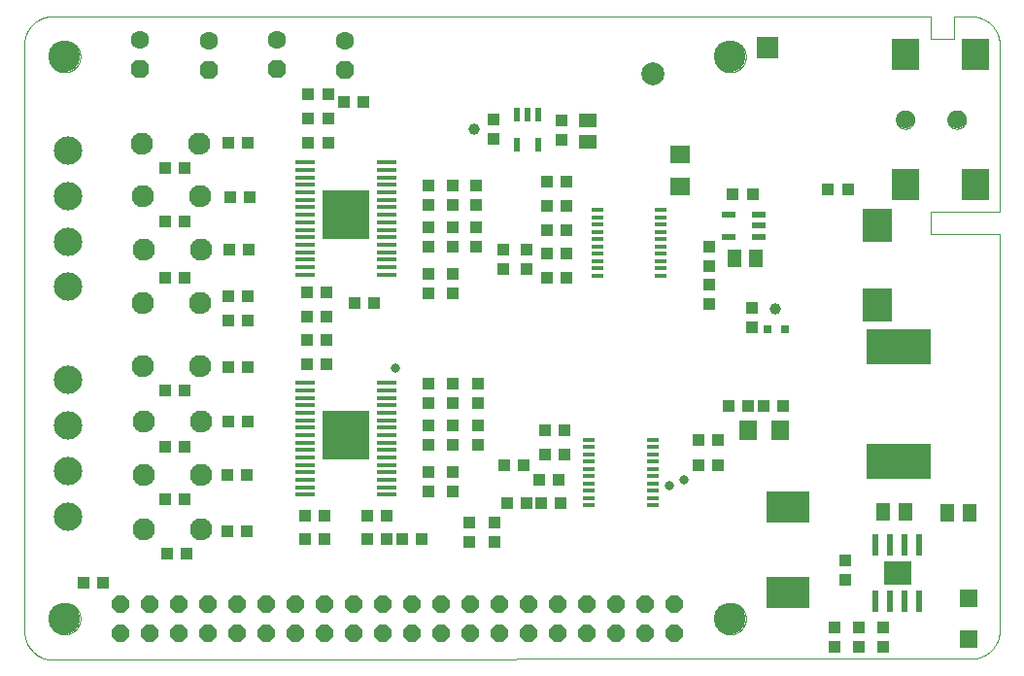
<source format=gts>
G75*
%MOIN*%
%OFA0B0*%
%FSLAX25Y25*%
%IPPOS*%
%LPD*%
%AMOC8*
5,1,8,0,0,1.08239X$1,22.5*
%
%ADD10C,0.00000*%
%ADD11C,0.10827*%
%ADD12R,0.03937X0.04331*%
%ADD13R,0.05118X0.05906*%
%ADD14R,0.04331X0.03937*%
%ADD15R,0.05906X0.05118*%
%ADD16R,0.03900X0.01200*%
%ADD17R,0.05906X0.05906*%
%ADD18R,0.05000X0.02200*%
%ADD19R,0.02200X0.05000*%
%ADD20R,0.07087X0.01181*%
%ADD21R,0.16181X0.17165*%
%ADD22OC8,0.06300*%
%ADD23C,0.06300*%
%ADD24C,0.07600*%
%ADD25OC8,0.06000*%
%ADD26R,0.09449X0.11024*%
%ADD27C,0.06299*%
%ADD28R,0.02200X0.07800*%
%ADD29R,0.09800X0.07900*%
%ADD30R,0.14961X0.11024*%
%ADD31R,0.22047X0.12205*%
%ADD32R,0.06299X0.07087*%
%ADD33R,0.09843X0.11811*%
%ADD34R,0.07087X0.06299*%
%ADD35C,0.09744*%
%ADD36C,0.07874*%
%ADD37R,0.07480X0.07480*%
%ADD38C,0.03937*%
%ADD39C,0.03150*%
%ADD40R,0.03150X0.03150*%
D10*
X0019433Y0005945D02*
X0334394Y0006339D01*
X0334394Y0006338D02*
X0334632Y0006341D01*
X0334870Y0006349D01*
X0335107Y0006364D01*
X0335344Y0006384D01*
X0335580Y0006410D01*
X0335816Y0006441D01*
X0336051Y0006478D01*
X0336285Y0006521D01*
X0336518Y0006570D01*
X0336750Y0006624D01*
X0336980Y0006684D01*
X0337209Y0006749D01*
X0337436Y0006820D01*
X0337661Y0006896D01*
X0337884Y0006978D01*
X0338106Y0007065D01*
X0338325Y0007157D01*
X0338542Y0007255D01*
X0338756Y0007357D01*
X0338968Y0007465D01*
X0339178Y0007579D01*
X0339384Y0007697D01*
X0339588Y0007820D01*
X0339788Y0007948D01*
X0339985Y0008080D01*
X0340180Y0008218D01*
X0340370Y0008360D01*
X0340558Y0008507D01*
X0340741Y0008658D01*
X0340921Y0008813D01*
X0341097Y0008973D01*
X0341269Y0009137D01*
X0341438Y0009306D01*
X0341602Y0009478D01*
X0341762Y0009654D01*
X0341917Y0009834D01*
X0342068Y0010017D01*
X0342215Y0010205D01*
X0342357Y0010395D01*
X0342495Y0010590D01*
X0342627Y0010787D01*
X0342755Y0010987D01*
X0342878Y0011191D01*
X0342996Y0011397D01*
X0343110Y0011607D01*
X0343218Y0011819D01*
X0343320Y0012033D01*
X0343418Y0012250D01*
X0343510Y0012469D01*
X0343597Y0012691D01*
X0343679Y0012914D01*
X0343755Y0013139D01*
X0343826Y0013366D01*
X0343891Y0013595D01*
X0343951Y0013825D01*
X0344005Y0014057D01*
X0344054Y0014290D01*
X0344097Y0014524D01*
X0344134Y0014759D01*
X0344165Y0014995D01*
X0344191Y0015231D01*
X0344211Y0015468D01*
X0344226Y0015705D01*
X0344234Y0015943D01*
X0344237Y0016181D01*
X0344236Y0016181D02*
X0344236Y0152008D01*
X0320614Y0152008D01*
X0320614Y0159882D01*
X0344236Y0159882D01*
X0344236Y0216969D01*
X0344237Y0216969D02*
X0344234Y0217207D01*
X0344226Y0217445D01*
X0344211Y0217682D01*
X0344191Y0217919D01*
X0344165Y0218155D01*
X0344134Y0218391D01*
X0344097Y0218626D01*
X0344054Y0218860D01*
X0344005Y0219093D01*
X0343951Y0219325D01*
X0343891Y0219555D01*
X0343826Y0219784D01*
X0343755Y0220011D01*
X0343679Y0220236D01*
X0343597Y0220459D01*
X0343510Y0220681D01*
X0343418Y0220900D01*
X0343320Y0221117D01*
X0343218Y0221331D01*
X0343110Y0221543D01*
X0342996Y0221753D01*
X0342878Y0221959D01*
X0342755Y0222163D01*
X0342627Y0222363D01*
X0342495Y0222560D01*
X0342357Y0222755D01*
X0342215Y0222945D01*
X0342068Y0223133D01*
X0341917Y0223316D01*
X0341762Y0223496D01*
X0341602Y0223672D01*
X0341438Y0223844D01*
X0341269Y0224013D01*
X0341097Y0224177D01*
X0340921Y0224337D01*
X0340741Y0224492D01*
X0340558Y0224643D01*
X0340370Y0224790D01*
X0340180Y0224932D01*
X0339985Y0225070D01*
X0339788Y0225202D01*
X0339588Y0225330D01*
X0339384Y0225453D01*
X0339178Y0225571D01*
X0338968Y0225685D01*
X0338756Y0225793D01*
X0338542Y0225895D01*
X0338325Y0225993D01*
X0338106Y0226085D01*
X0337884Y0226172D01*
X0337661Y0226254D01*
X0337436Y0226330D01*
X0337209Y0226401D01*
X0336980Y0226466D01*
X0336750Y0226526D01*
X0336518Y0226580D01*
X0336285Y0226629D01*
X0336051Y0226672D01*
X0335816Y0226709D01*
X0335580Y0226740D01*
X0335344Y0226766D01*
X0335107Y0226786D01*
X0334870Y0226801D01*
X0334632Y0226809D01*
X0334394Y0226812D01*
X0334394Y0226811D02*
X0328488Y0226811D01*
X0328488Y0218937D01*
X0320614Y0218937D01*
X0320614Y0226811D01*
X0019433Y0226811D01*
X0019433Y0226812D02*
X0019200Y0226814D01*
X0018967Y0226810D01*
X0018734Y0226801D01*
X0018501Y0226786D01*
X0018269Y0226765D01*
X0018037Y0226739D01*
X0017806Y0226707D01*
X0017576Y0226670D01*
X0017347Y0226627D01*
X0017119Y0226579D01*
X0016892Y0226525D01*
X0016666Y0226466D01*
X0016442Y0226401D01*
X0016220Y0226331D01*
X0016000Y0226255D01*
X0015781Y0226174D01*
X0015564Y0226088D01*
X0015350Y0225997D01*
X0015137Y0225900D01*
X0014928Y0225799D01*
X0014720Y0225692D01*
X0014516Y0225580D01*
X0014314Y0225464D01*
X0014115Y0225342D01*
X0013918Y0225216D01*
X0013725Y0225085D01*
X0013536Y0224950D01*
X0013349Y0224810D01*
X0013166Y0224666D01*
X0012987Y0224517D01*
X0012811Y0224364D01*
X0012639Y0224206D01*
X0012471Y0224045D01*
X0012307Y0223879D01*
X0012146Y0223710D01*
X0011990Y0223537D01*
X0011839Y0223360D01*
X0011691Y0223179D01*
X0011548Y0222995D01*
X0011409Y0222808D01*
X0011275Y0222617D01*
X0011146Y0222423D01*
X0011021Y0222226D01*
X0010901Y0222026D01*
X0010786Y0221823D01*
X0010676Y0221617D01*
X0010571Y0221409D01*
X0010471Y0221199D01*
X0010376Y0220986D01*
X0010287Y0220771D01*
X0010202Y0220553D01*
X0010123Y0220334D01*
X0010049Y0220113D01*
X0009981Y0219890D01*
X0009917Y0219666D01*
X0009860Y0219440D01*
X0009808Y0219212D01*
X0009761Y0218984D01*
X0009720Y0218755D01*
X0009684Y0218524D01*
X0009654Y0218293D01*
X0009630Y0218061D01*
X0009611Y0217829D01*
X0009598Y0217596D01*
X0009590Y0217363D01*
X0009591Y0217362D02*
X0009591Y0015788D01*
X0009590Y0015788D02*
X0009593Y0015550D01*
X0009601Y0015312D01*
X0009616Y0015075D01*
X0009636Y0014838D01*
X0009662Y0014602D01*
X0009693Y0014366D01*
X0009730Y0014131D01*
X0009773Y0013897D01*
X0009822Y0013664D01*
X0009876Y0013432D01*
X0009936Y0013202D01*
X0010001Y0012973D01*
X0010072Y0012746D01*
X0010148Y0012521D01*
X0010230Y0012298D01*
X0010317Y0012076D01*
X0010409Y0011857D01*
X0010507Y0011640D01*
X0010609Y0011426D01*
X0010717Y0011214D01*
X0010831Y0011004D01*
X0010949Y0010798D01*
X0011072Y0010594D01*
X0011200Y0010394D01*
X0011332Y0010197D01*
X0011470Y0010002D01*
X0011612Y0009812D01*
X0011759Y0009624D01*
X0011910Y0009441D01*
X0012065Y0009261D01*
X0012225Y0009085D01*
X0012389Y0008913D01*
X0012558Y0008744D01*
X0012730Y0008580D01*
X0012906Y0008420D01*
X0013086Y0008265D01*
X0013269Y0008114D01*
X0013457Y0007967D01*
X0013647Y0007825D01*
X0013842Y0007687D01*
X0014039Y0007555D01*
X0014239Y0007427D01*
X0014443Y0007304D01*
X0014649Y0007186D01*
X0014859Y0007072D01*
X0015071Y0006964D01*
X0015285Y0006862D01*
X0015502Y0006764D01*
X0015721Y0006672D01*
X0015943Y0006585D01*
X0016166Y0006503D01*
X0016391Y0006427D01*
X0016618Y0006356D01*
X0016847Y0006291D01*
X0017077Y0006231D01*
X0017309Y0006177D01*
X0017542Y0006128D01*
X0017776Y0006085D01*
X0018011Y0006048D01*
X0018247Y0006017D01*
X0018483Y0005991D01*
X0018720Y0005971D01*
X0018957Y0005956D01*
X0019195Y0005948D01*
X0019433Y0005945D01*
X0017957Y0020118D02*
X0017959Y0020265D01*
X0017965Y0020411D01*
X0017975Y0020557D01*
X0017989Y0020703D01*
X0018007Y0020849D01*
X0018028Y0020994D01*
X0018054Y0021138D01*
X0018084Y0021282D01*
X0018117Y0021424D01*
X0018154Y0021566D01*
X0018195Y0021707D01*
X0018240Y0021846D01*
X0018289Y0021985D01*
X0018341Y0022122D01*
X0018398Y0022257D01*
X0018457Y0022391D01*
X0018521Y0022523D01*
X0018588Y0022653D01*
X0018658Y0022782D01*
X0018732Y0022909D01*
X0018809Y0023033D01*
X0018890Y0023156D01*
X0018974Y0023276D01*
X0019061Y0023394D01*
X0019151Y0023509D01*
X0019244Y0023622D01*
X0019341Y0023733D01*
X0019440Y0023841D01*
X0019542Y0023946D01*
X0019647Y0024048D01*
X0019755Y0024147D01*
X0019866Y0024244D01*
X0019979Y0024337D01*
X0020094Y0024427D01*
X0020212Y0024514D01*
X0020332Y0024598D01*
X0020455Y0024679D01*
X0020579Y0024756D01*
X0020706Y0024830D01*
X0020835Y0024900D01*
X0020965Y0024967D01*
X0021097Y0025031D01*
X0021231Y0025090D01*
X0021366Y0025147D01*
X0021503Y0025199D01*
X0021642Y0025248D01*
X0021781Y0025293D01*
X0021922Y0025334D01*
X0022064Y0025371D01*
X0022206Y0025404D01*
X0022350Y0025434D01*
X0022494Y0025460D01*
X0022639Y0025481D01*
X0022785Y0025499D01*
X0022931Y0025513D01*
X0023077Y0025523D01*
X0023223Y0025529D01*
X0023370Y0025531D01*
X0023517Y0025529D01*
X0023663Y0025523D01*
X0023809Y0025513D01*
X0023955Y0025499D01*
X0024101Y0025481D01*
X0024246Y0025460D01*
X0024390Y0025434D01*
X0024534Y0025404D01*
X0024676Y0025371D01*
X0024818Y0025334D01*
X0024959Y0025293D01*
X0025098Y0025248D01*
X0025237Y0025199D01*
X0025374Y0025147D01*
X0025509Y0025090D01*
X0025643Y0025031D01*
X0025775Y0024967D01*
X0025905Y0024900D01*
X0026034Y0024830D01*
X0026161Y0024756D01*
X0026285Y0024679D01*
X0026408Y0024598D01*
X0026528Y0024514D01*
X0026646Y0024427D01*
X0026761Y0024337D01*
X0026874Y0024244D01*
X0026985Y0024147D01*
X0027093Y0024048D01*
X0027198Y0023946D01*
X0027300Y0023841D01*
X0027399Y0023733D01*
X0027496Y0023622D01*
X0027589Y0023509D01*
X0027679Y0023394D01*
X0027766Y0023276D01*
X0027850Y0023156D01*
X0027931Y0023033D01*
X0028008Y0022909D01*
X0028082Y0022782D01*
X0028152Y0022653D01*
X0028219Y0022523D01*
X0028283Y0022391D01*
X0028342Y0022257D01*
X0028399Y0022122D01*
X0028451Y0021985D01*
X0028500Y0021846D01*
X0028545Y0021707D01*
X0028586Y0021566D01*
X0028623Y0021424D01*
X0028656Y0021282D01*
X0028686Y0021138D01*
X0028712Y0020994D01*
X0028733Y0020849D01*
X0028751Y0020703D01*
X0028765Y0020557D01*
X0028775Y0020411D01*
X0028781Y0020265D01*
X0028783Y0020118D01*
X0028781Y0019971D01*
X0028775Y0019825D01*
X0028765Y0019679D01*
X0028751Y0019533D01*
X0028733Y0019387D01*
X0028712Y0019242D01*
X0028686Y0019098D01*
X0028656Y0018954D01*
X0028623Y0018812D01*
X0028586Y0018670D01*
X0028545Y0018529D01*
X0028500Y0018390D01*
X0028451Y0018251D01*
X0028399Y0018114D01*
X0028342Y0017979D01*
X0028283Y0017845D01*
X0028219Y0017713D01*
X0028152Y0017583D01*
X0028082Y0017454D01*
X0028008Y0017327D01*
X0027931Y0017203D01*
X0027850Y0017080D01*
X0027766Y0016960D01*
X0027679Y0016842D01*
X0027589Y0016727D01*
X0027496Y0016614D01*
X0027399Y0016503D01*
X0027300Y0016395D01*
X0027198Y0016290D01*
X0027093Y0016188D01*
X0026985Y0016089D01*
X0026874Y0015992D01*
X0026761Y0015899D01*
X0026646Y0015809D01*
X0026528Y0015722D01*
X0026408Y0015638D01*
X0026285Y0015557D01*
X0026161Y0015480D01*
X0026034Y0015406D01*
X0025905Y0015336D01*
X0025775Y0015269D01*
X0025643Y0015205D01*
X0025509Y0015146D01*
X0025374Y0015089D01*
X0025237Y0015037D01*
X0025098Y0014988D01*
X0024959Y0014943D01*
X0024818Y0014902D01*
X0024676Y0014865D01*
X0024534Y0014832D01*
X0024390Y0014802D01*
X0024246Y0014776D01*
X0024101Y0014755D01*
X0023955Y0014737D01*
X0023809Y0014723D01*
X0023663Y0014713D01*
X0023517Y0014707D01*
X0023370Y0014705D01*
X0023223Y0014707D01*
X0023077Y0014713D01*
X0022931Y0014723D01*
X0022785Y0014737D01*
X0022639Y0014755D01*
X0022494Y0014776D01*
X0022350Y0014802D01*
X0022206Y0014832D01*
X0022064Y0014865D01*
X0021922Y0014902D01*
X0021781Y0014943D01*
X0021642Y0014988D01*
X0021503Y0015037D01*
X0021366Y0015089D01*
X0021231Y0015146D01*
X0021097Y0015205D01*
X0020965Y0015269D01*
X0020835Y0015336D01*
X0020706Y0015406D01*
X0020579Y0015480D01*
X0020455Y0015557D01*
X0020332Y0015638D01*
X0020212Y0015722D01*
X0020094Y0015809D01*
X0019979Y0015899D01*
X0019866Y0015992D01*
X0019755Y0016089D01*
X0019647Y0016188D01*
X0019542Y0016290D01*
X0019440Y0016395D01*
X0019341Y0016503D01*
X0019244Y0016614D01*
X0019151Y0016727D01*
X0019061Y0016842D01*
X0018974Y0016960D01*
X0018890Y0017080D01*
X0018809Y0017203D01*
X0018732Y0017327D01*
X0018658Y0017454D01*
X0018588Y0017583D01*
X0018521Y0017713D01*
X0018457Y0017845D01*
X0018398Y0017979D01*
X0018341Y0018114D01*
X0018289Y0018251D01*
X0018240Y0018390D01*
X0018195Y0018529D01*
X0018154Y0018670D01*
X0018117Y0018812D01*
X0018084Y0018954D01*
X0018054Y0019098D01*
X0018028Y0019242D01*
X0018007Y0019387D01*
X0017989Y0019533D01*
X0017975Y0019679D01*
X0017965Y0019825D01*
X0017959Y0019971D01*
X0017957Y0020118D01*
X0246304Y0020118D02*
X0246306Y0020265D01*
X0246312Y0020411D01*
X0246322Y0020557D01*
X0246336Y0020703D01*
X0246354Y0020849D01*
X0246375Y0020994D01*
X0246401Y0021138D01*
X0246431Y0021282D01*
X0246464Y0021424D01*
X0246501Y0021566D01*
X0246542Y0021707D01*
X0246587Y0021846D01*
X0246636Y0021985D01*
X0246688Y0022122D01*
X0246745Y0022257D01*
X0246804Y0022391D01*
X0246868Y0022523D01*
X0246935Y0022653D01*
X0247005Y0022782D01*
X0247079Y0022909D01*
X0247156Y0023033D01*
X0247237Y0023156D01*
X0247321Y0023276D01*
X0247408Y0023394D01*
X0247498Y0023509D01*
X0247591Y0023622D01*
X0247688Y0023733D01*
X0247787Y0023841D01*
X0247889Y0023946D01*
X0247994Y0024048D01*
X0248102Y0024147D01*
X0248213Y0024244D01*
X0248326Y0024337D01*
X0248441Y0024427D01*
X0248559Y0024514D01*
X0248679Y0024598D01*
X0248802Y0024679D01*
X0248926Y0024756D01*
X0249053Y0024830D01*
X0249182Y0024900D01*
X0249312Y0024967D01*
X0249444Y0025031D01*
X0249578Y0025090D01*
X0249713Y0025147D01*
X0249850Y0025199D01*
X0249989Y0025248D01*
X0250128Y0025293D01*
X0250269Y0025334D01*
X0250411Y0025371D01*
X0250553Y0025404D01*
X0250697Y0025434D01*
X0250841Y0025460D01*
X0250986Y0025481D01*
X0251132Y0025499D01*
X0251278Y0025513D01*
X0251424Y0025523D01*
X0251570Y0025529D01*
X0251717Y0025531D01*
X0251864Y0025529D01*
X0252010Y0025523D01*
X0252156Y0025513D01*
X0252302Y0025499D01*
X0252448Y0025481D01*
X0252593Y0025460D01*
X0252737Y0025434D01*
X0252881Y0025404D01*
X0253023Y0025371D01*
X0253165Y0025334D01*
X0253306Y0025293D01*
X0253445Y0025248D01*
X0253584Y0025199D01*
X0253721Y0025147D01*
X0253856Y0025090D01*
X0253990Y0025031D01*
X0254122Y0024967D01*
X0254252Y0024900D01*
X0254381Y0024830D01*
X0254508Y0024756D01*
X0254632Y0024679D01*
X0254755Y0024598D01*
X0254875Y0024514D01*
X0254993Y0024427D01*
X0255108Y0024337D01*
X0255221Y0024244D01*
X0255332Y0024147D01*
X0255440Y0024048D01*
X0255545Y0023946D01*
X0255647Y0023841D01*
X0255746Y0023733D01*
X0255843Y0023622D01*
X0255936Y0023509D01*
X0256026Y0023394D01*
X0256113Y0023276D01*
X0256197Y0023156D01*
X0256278Y0023033D01*
X0256355Y0022909D01*
X0256429Y0022782D01*
X0256499Y0022653D01*
X0256566Y0022523D01*
X0256630Y0022391D01*
X0256689Y0022257D01*
X0256746Y0022122D01*
X0256798Y0021985D01*
X0256847Y0021846D01*
X0256892Y0021707D01*
X0256933Y0021566D01*
X0256970Y0021424D01*
X0257003Y0021282D01*
X0257033Y0021138D01*
X0257059Y0020994D01*
X0257080Y0020849D01*
X0257098Y0020703D01*
X0257112Y0020557D01*
X0257122Y0020411D01*
X0257128Y0020265D01*
X0257130Y0020118D01*
X0257128Y0019971D01*
X0257122Y0019825D01*
X0257112Y0019679D01*
X0257098Y0019533D01*
X0257080Y0019387D01*
X0257059Y0019242D01*
X0257033Y0019098D01*
X0257003Y0018954D01*
X0256970Y0018812D01*
X0256933Y0018670D01*
X0256892Y0018529D01*
X0256847Y0018390D01*
X0256798Y0018251D01*
X0256746Y0018114D01*
X0256689Y0017979D01*
X0256630Y0017845D01*
X0256566Y0017713D01*
X0256499Y0017583D01*
X0256429Y0017454D01*
X0256355Y0017327D01*
X0256278Y0017203D01*
X0256197Y0017080D01*
X0256113Y0016960D01*
X0256026Y0016842D01*
X0255936Y0016727D01*
X0255843Y0016614D01*
X0255746Y0016503D01*
X0255647Y0016395D01*
X0255545Y0016290D01*
X0255440Y0016188D01*
X0255332Y0016089D01*
X0255221Y0015992D01*
X0255108Y0015899D01*
X0254993Y0015809D01*
X0254875Y0015722D01*
X0254755Y0015638D01*
X0254632Y0015557D01*
X0254508Y0015480D01*
X0254381Y0015406D01*
X0254252Y0015336D01*
X0254122Y0015269D01*
X0253990Y0015205D01*
X0253856Y0015146D01*
X0253721Y0015089D01*
X0253584Y0015037D01*
X0253445Y0014988D01*
X0253306Y0014943D01*
X0253165Y0014902D01*
X0253023Y0014865D01*
X0252881Y0014832D01*
X0252737Y0014802D01*
X0252593Y0014776D01*
X0252448Y0014755D01*
X0252302Y0014737D01*
X0252156Y0014723D01*
X0252010Y0014713D01*
X0251864Y0014707D01*
X0251717Y0014705D01*
X0251570Y0014707D01*
X0251424Y0014713D01*
X0251278Y0014723D01*
X0251132Y0014737D01*
X0250986Y0014755D01*
X0250841Y0014776D01*
X0250697Y0014802D01*
X0250553Y0014832D01*
X0250411Y0014865D01*
X0250269Y0014902D01*
X0250128Y0014943D01*
X0249989Y0014988D01*
X0249850Y0015037D01*
X0249713Y0015089D01*
X0249578Y0015146D01*
X0249444Y0015205D01*
X0249312Y0015269D01*
X0249182Y0015336D01*
X0249053Y0015406D01*
X0248926Y0015480D01*
X0248802Y0015557D01*
X0248679Y0015638D01*
X0248559Y0015722D01*
X0248441Y0015809D01*
X0248326Y0015899D01*
X0248213Y0015992D01*
X0248102Y0016089D01*
X0247994Y0016188D01*
X0247889Y0016290D01*
X0247787Y0016395D01*
X0247688Y0016503D01*
X0247591Y0016614D01*
X0247498Y0016727D01*
X0247408Y0016842D01*
X0247321Y0016960D01*
X0247237Y0017080D01*
X0247156Y0017203D01*
X0247079Y0017327D01*
X0247005Y0017454D01*
X0246935Y0017583D01*
X0246868Y0017713D01*
X0246804Y0017845D01*
X0246745Y0017979D01*
X0246688Y0018114D01*
X0246636Y0018251D01*
X0246587Y0018390D01*
X0246542Y0018529D01*
X0246501Y0018670D01*
X0246464Y0018812D01*
X0246431Y0018954D01*
X0246401Y0019098D01*
X0246375Y0019242D01*
X0246354Y0019387D01*
X0246336Y0019533D01*
X0246322Y0019679D01*
X0246312Y0019825D01*
X0246306Y0019971D01*
X0246304Y0020118D01*
X0308606Y0191378D02*
X0308608Y0191490D01*
X0308614Y0191601D01*
X0308624Y0191713D01*
X0308638Y0191824D01*
X0308655Y0191934D01*
X0308677Y0192044D01*
X0308703Y0192153D01*
X0308732Y0192261D01*
X0308765Y0192367D01*
X0308802Y0192473D01*
X0308843Y0192577D01*
X0308888Y0192680D01*
X0308936Y0192781D01*
X0308987Y0192880D01*
X0309042Y0192977D01*
X0309101Y0193072D01*
X0309162Y0193166D01*
X0309227Y0193257D01*
X0309296Y0193345D01*
X0309367Y0193431D01*
X0309441Y0193515D01*
X0309519Y0193595D01*
X0309599Y0193673D01*
X0309682Y0193749D01*
X0309767Y0193821D01*
X0309855Y0193890D01*
X0309945Y0193956D01*
X0310038Y0194018D01*
X0310133Y0194078D01*
X0310230Y0194134D01*
X0310328Y0194186D01*
X0310429Y0194235D01*
X0310531Y0194280D01*
X0310635Y0194322D01*
X0310740Y0194360D01*
X0310847Y0194394D01*
X0310954Y0194424D01*
X0311063Y0194451D01*
X0311172Y0194473D01*
X0311283Y0194492D01*
X0311393Y0194507D01*
X0311505Y0194518D01*
X0311616Y0194525D01*
X0311728Y0194528D01*
X0311840Y0194527D01*
X0311952Y0194522D01*
X0312063Y0194513D01*
X0312174Y0194500D01*
X0312285Y0194483D01*
X0312395Y0194463D01*
X0312504Y0194438D01*
X0312612Y0194410D01*
X0312719Y0194377D01*
X0312825Y0194341D01*
X0312929Y0194301D01*
X0313032Y0194258D01*
X0313134Y0194211D01*
X0313233Y0194160D01*
X0313331Y0194106D01*
X0313427Y0194048D01*
X0313521Y0193987D01*
X0313612Y0193923D01*
X0313701Y0193856D01*
X0313788Y0193785D01*
X0313872Y0193711D01*
X0313954Y0193635D01*
X0314032Y0193555D01*
X0314108Y0193473D01*
X0314181Y0193388D01*
X0314251Y0193301D01*
X0314317Y0193211D01*
X0314381Y0193119D01*
X0314441Y0193025D01*
X0314498Y0192929D01*
X0314551Y0192830D01*
X0314601Y0192730D01*
X0314647Y0192629D01*
X0314690Y0192525D01*
X0314729Y0192420D01*
X0314764Y0192314D01*
X0314795Y0192207D01*
X0314823Y0192098D01*
X0314846Y0191989D01*
X0314866Y0191879D01*
X0314882Y0191768D01*
X0314894Y0191657D01*
X0314902Y0191546D01*
X0314906Y0191434D01*
X0314906Y0191322D01*
X0314902Y0191210D01*
X0314894Y0191099D01*
X0314882Y0190988D01*
X0314866Y0190877D01*
X0314846Y0190767D01*
X0314823Y0190658D01*
X0314795Y0190549D01*
X0314764Y0190442D01*
X0314729Y0190336D01*
X0314690Y0190231D01*
X0314647Y0190127D01*
X0314601Y0190026D01*
X0314551Y0189926D01*
X0314498Y0189827D01*
X0314441Y0189731D01*
X0314381Y0189637D01*
X0314317Y0189545D01*
X0314251Y0189455D01*
X0314181Y0189368D01*
X0314108Y0189283D01*
X0314032Y0189201D01*
X0313954Y0189121D01*
X0313872Y0189045D01*
X0313788Y0188971D01*
X0313701Y0188900D01*
X0313612Y0188833D01*
X0313521Y0188769D01*
X0313427Y0188708D01*
X0313331Y0188650D01*
X0313233Y0188596D01*
X0313134Y0188545D01*
X0313032Y0188498D01*
X0312929Y0188455D01*
X0312825Y0188415D01*
X0312719Y0188379D01*
X0312612Y0188346D01*
X0312504Y0188318D01*
X0312395Y0188293D01*
X0312285Y0188273D01*
X0312174Y0188256D01*
X0312063Y0188243D01*
X0311952Y0188234D01*
X0311840Y0188229D01*
X0311728Y0188228D01*
X0311616Y0188231D01*
X0311505Y0188238D01*
X0311393Y0188249D01*
X0311283Y0188264D01*
X0311172Y0188283D01*
X0311063Y0188305D01*
X0310954Y0188332D01*
X0310847Y0188362D01*
X0310740Y0188396D01*
X0310635Y0188434D01*
X0310531Y0188476D01*
X0310429Y0188521D01*
X0310328Y0188570D01*
X0310230Y0188622D01*
X0310133Y0188678D01*
X0310038Y0188738D01*
X0309945Y0188800D01*
X0309855Y0188866D01*
X0309767Y0188935D01*
X0309682Y0189007D01*
X0309599Y0189083D01*
X0309519Y0189161D01*
X0309441Y0189241D01*
X0309367Y0189325D01*
X0309296Y0189411D01*
X0309227Y0189499D01*
X0309162Y0189590D01*
X0309101Y0189684D01*
X0309042Y0189779D01*
X0308987Y0189876D01*
X0308936Y0189975D01*
X0308888Y0190076D01*
X0308843Y0190179D01*
X0308802Y0190283D01*
X0308765Y0190389D01*
X0308732Y0190495D01*
X0308703Y0190603D01*
X0308677Y0190712D01*
X0308655Y0190822D01*
X0308638Y0190932D01*
X0308624Y0191043D01*
X0308614Y0191155D01*
X0308608Y0191266D01*
X0308606Y0191378D01*
X0326323Y0191378D02*
X0326325Y0191490D01*
X0326331Y0191601D01*
X0326341Y0191713D01*
X0326355Y0191824D01*
X0326372Y0191934D01*
X0326394Y0192044D01*
X0326420Y0192153D01*
X0326449Y0192261D01*
X0326482Y0192367D01*
X0326519Y0192473D01*
X0326560Y0192577D01*
X0326605Y0192680D01*
X0326653Y0192781D01*
X0326704Y0192880D01*
X0326759Y0192977D01*
X0326818Y0193072D01*
X0326879Y0193166D01*
X0326944Y0193257D01*
X0327013Y0193345D01*
X0327084Y0193431D01*
X0327158Y0193515D01*
X0327236Y0193595D01*
X0327316Y0193673D01*
X0327399Y0193749D01*
X0327484Y0193821D01*
X0327572Y0193890D01*
X0327662Y0193956D01*
X0327755Y0194018D01*
X0327850Y0194078D01*
X0327947Y0194134D01*
X0328045Y0194186D01*
X0328146Y0194235D01*
X0328248Y0194280D01*
X0328352Y0194322D01*
X0328457Y0194360D01*
X0328564Y0194394D01*
X0328671Y0194424D01*
X0328780Y0194451D01*
X0328889Y0194473D01*
X0329000Y0194492D01*
X0329110Y0194507D01*
X0329222Y0194518D01*
X0329333Y0194525D01*
X0329445Y0194528D01*
X0329557Y0194527D01*
X0329669Y0194522D01*
X0329780Y0194513D01*
X0329891Y0194500D01*
X0330002Y0194483D01*
X0330112Y0194463D01*
X0330221Y0194438D01*
X0330329Y0194410D01*
X0330436Y0194377D01*
X0330542Y0194341D01*
X0330646Y0194301D01*
X0330749Y0194258D01*
X0330851Y0194211D01*
X0330950Y0194160D01*
X0331048Y0194106D01*
X0331144Y0194048D01*
X0331238Y0193987D01*
X0331329Y0193923D01*
X0331418Y0193856D01*
X0331505Y0193785D01*
X0331589Y0193711D01*
X0331671Y0193635D01*
X0331749Y0193555D01*
X0331825Y0193473D01*
X0331898Y0193388D01*
X0331968Y0193301D01*
X0332034Y0193211D01*
X0332098Y0193119D01*
X0332158Y0193025D01*
X0332215Y0192929D01*
X0332268Y0192830D01*
X0332318Y0192730D01*
X0332364Y0192629D01*
X0332407Y0192525D01*
X0332446Y0192420D01*
X0332481Y0192314D01*
X0332512Y0192207D01*
X0332540Y0192098D01*
X0332563Y0191989D01*
X0332583Y0191879D01*
X0332599Y0191768D01*
X0332611Y0191657D01*
X0332619Y0191546D01*
X0332623Y0191434D01*
X0332623Y0191322D01*
X0332619Y0191210D01*
X0332611Y0191099D01*
X0332599Y0190988D01*
X0332583Y0190877D01*
X0332563Y0190767D01*
X0332540Y0190658D01*
X0332512Y0190549D01*
X0332481Y0190442D01*
X0332446Y0190336D01*
X0332407Y0190231D01*
X0332364Y0190127D01*
X0332318Y0190026D01*
X0332268Y0189926D01*
X0332215Y0189827D01*
X0332158Y0189731D01*
X0332098Y0189637D01*
X0332034Y0189545D01*
X0331968Y0189455D01*
X0331898Y0189368D01*
X0331825Y0189283D01*
X0331749Y0189201D01*
X0331671Y0189121D01*
X0331589Y0189045D01*
X0331505Y0188971D01*
X0331418Y0188900D01*
X0331329Y0188833D01*
X0331238Y0188769D01*
X0331144Y0188708D01*
X0331048Y0188650D01*
X0330950Y0188596D01*
X0330851Y0188545D01*
X0330749Y0188498D01*
X0330646Y0188455D01*
X0330542Y0188415D01*
X0330436Y0188379D01*
X0330329Y0188346D01*
X0330221Y0188318D01*
X0330112Y0188293D01*
X0330002Y0188273D01*
X0329891Y0188256D01*
X0329780Y0188243D01*
X0329669Y0188234D01*
X0329557Y0188229D01*
X0329445Y0188228D01*
X0329333Y0188231D01*
X0329222Y0188238D01*
X0329110Y0188249D01*
X0329000Y0188264D01*
X0328889Y0188283D01*
X0328780Y0188305D01*
X0328671Y0188332D01*
X0328564Y0188362D01*
X0328457Y0188396D01*
X0328352Y0188434D01*
X0328248Y0188476D01*
X0328146Y0188521D01*
X0328045Y0188570D01*
X0327947Y0188622D01*
X0327850Y0188678D01*
X0327755Y0188738D01*
X0327662Y0188800D01*
X0327572Y0188866D01*
X0327484Y0188935D01*
X0327399Y0189007D01*
X0327316Y0189083D01*
X0327236Y0189161D01*
X0327158Y0189241D01*
X0327084Y0189325D01*
X0327013Y0189411D01*
X0326944Y0189499D01*
X0326879Y0189590D01*
X0326818Y0189684D01*
X0326759Y0189779D01*
X0326704Y0189876D01*
X0326653Y0189975D01*
X0326605Y0190076D01*
X0326560Y0190179D01*
X0326519Y0190283D01*
X0326482Y0190389D01*
X0326449Y0190495D01*
X0326420Y0190603D01*
X0326394Y0190712D01*
X0326372Y0190822D01*
X0326355Y0190932D01*
X0326341Y0191043D01*
X0326331Y0191155D01*
X0326325Y0191266D01*
X0326323Y0191378D01*
X0246304Y0213032D02*
X0246306Y0213179D01*
X0246312Y0213325D01*
X0246322Y0213471D01*
X0246336Y0213617D01*
X0246354Y0213763D01*
X0246375Y0213908D01*
X0246401Y0214052D01*
X0246431Y0214196D01*
X0246464Y0214338D01*
X0246501Y0214480D01*
X0246542Y0214621D01*
X0246587Y0214760D01*
X0246636Y0214899D01*
X0246688Y0215036D01*
X0246745Y0215171D01*
X0246804Y0215305D01*
X0246868Y0215437D01*
X0246935Y0215567D01*
X0247005Y0215696D01*
X0247079Y0215823D01*
X0247156Y0215947D01*
X0247237Y0216070D01*
X0247321Y0216190D01*
X0247408Y0216308D01*
X0247498Y0216423D01*
X0247591Y0216536D01*
X0247688Y0216647D01*
X0247787Y0216755D01*
X0247889Y0216860D01*
X0247994Y0216962D01*
X0248102Y0217061D01*
X0248213Y0217158D01*
X0248326Y0217251D01*
X0248441Y0217341D01*
X0248559Y0217428D01*
X0248679Y0217512D01*
X0248802Y0217593D01*
X0248926Y0217670D01*
X0249053Y0217744D01*
X0249182Y0217814D01*
X0249312Y0217881D01*
X0249444Y0217945D01*
X0249578Y0218004D01*
X0249713Y0218061D01*
X0249850Y0218113D01*
X0249989Y0218162D01*
X0250128Y0218207D01*
X0250269Y0218248D01*
X0250411Y0218285D01*
X0250553Y0218318D01*
X0250697Y0218348D01*
X0250841Y0218374D01*
X0250986Y0218395D01*
X0251132Y0218413D01*
X0251278Y0218427D01*
X0251424Y0218437D01*
X0251570Y0218443D01*
X0251717Y0218445D01*
X0251864Y0218443D01*
X0252010Y0218437D01*
X0252156Y0218427D01*
X0252302Y0218413D01*
X0252448Y0218395D01*
X0252593Y0218374D01*
X0252737Y0218348D01*
X0252881Y0218318D01*
X0253023Y0218285D01*
X0253165Y0218248D01*
X0253306Y0218207D01*
X0253445Y0218162D01*
X0253584Y0218113D01*
X0253721Y0218061D01*
X0253856Y0218004D01*
X0253990Y0217945D01*
X0254122Y0217881D01*
X0254252Y0217814D01*
X0254381Y0217744D01*
X0254508Y0217670D01*
X0254632Y0217593D01*
X0254755Y0217512D01*
X0254875Y0217428D01*
X0254993Y0217341D01*
X0255108Y0217251D01*
X0255221Y0217158D01*
X0255332Y0217061D01*
X0255440Y0216962D01*
X0255545Y0216860D01*
X0255647Y0216755D01*
X0255746Y0216647D01*
X0255843Y0216536D01*
X0255936Y0216423D01*
X0256026Y0216308D01*
X0256113Y0216190D01*
X0256197Y0216070D01*
X0256278Y0215947D01*
X0256355Y0215823D01*
X0256429Y0215696D01*
X0256499Y0215567D01*
X0256566Y0215437D01*
X0256630Y0215305D01*
X0256689Y0215171D01*
X0256746Y0215036D01*
X0256798Y0214899D01*
X0256847Y0214760D01*
X0256892Y0214621D01*
X0256933Y0214480D01*
X0256970Y0214338D01*
X0257003Y0214196D01*
X0257033Y0214052D01*
X0257059Y0213908D01*
X0257080Y0213763D01*
X0257098Y0213617D01*
X0257112Y0213471D01*
X0257122Y0213325D01*
X0257128Y0213179D01*
X0257130Y0213032D01*
X0257128Y0212885D01*
X0257122Y0212739D01*
X0257112Y0212593D01*
X0257098Y0212447D01*
X0257080Y0212301D01*
X0257059Y0212156D01*
X0257033Y0212012D01*
X0257003Y0211868D01*
X0256970Y0211726D01*
X0256933Y0211584D01*
X0256892Y0211443D01*
X0256847Y0211304D01*
X0256798Y0211165D01*
X0256746Y0211028D01*
X0256689Y0210893D01*
X0256630Y0210759D01*
X0256566Y0210627D01*
X0256499Y0210497D01*
X0256429Y0210368D01*
X0256355Y0210241D01*
X0256278Y0210117D01*
X0256197Y0209994D01*
X0256113Y0209874D01*
X0256026Y0209756D01*
X0255936Y0209641D01*
X0255843Y0209528D01*
X0255746Y0209417D01*
X0255647Y0209309D01*
X0255545Y0209204D01*
X0255440Y0209102D01*
X0255332Y0209003D01*
X0255221Y0208906D01*
X0255108Y0208813D01*
X0254993Y0208723D01*
X0254875Y0208636D01*
X0254755Y0208552D01*
X0254632Y0208471D01*
X0254508Y0208394D01*
X0254381Y0208320D01*
X0254252Y0208250D01*
X0254122Y0208183D01*
X0253990Y0208119D01*
X0253856Y0208060D01*
X0253721Y0208003D01*
X0253584Y0207951D01*
X0253445Y0207902D01*
X0253306Y0207857D01*
X0253165Y0207816D01*
X0253023Y0207779D01*
X0252881Y0207746D01*
X0252737Y0207716D01*
X0252593Y0207690D01*
X0252448Y0207669D01*
X0252302Y0207651D01*
X0252156Y0207637D01*
X0252010Y0207627D01*
X0251864Y0207621D01*
X0251717Y0207619D01*
X0251570Y0207621D01*
X0251424Y0207627D01*
X0251278Y0207637D01*
X0251132Y0207651D01*
X0250986Y0207669D01*
X0250841Y0207690D01*
X0250697Y0207716D01*
X0250553Y0207746D01*
X0250411Y0207779D01*
X0250269Y0207816D01*
X0250128Y0207857D01*
X0249989Y0207902D01*
X0249850Y0207951D01*
X0249713Y0208003D01*
X0249578Y0208060D01*
X0249444Y0208119D01*
X0249312Y0208183D01*
X0249182Y0208250D01*
X0249053Y0208320D01*
X0248926Y0208394D01*
X0248802Y0208471D01*
X0248679Y0208552D01*
X0248559Y0208636D01*
X0248441Y0208723D01*
X0248326Y0208813D01*
X0248213Y0208906D01*
X0248102Y0209003D01*
X0247994Y0209102D01*
X0247889Y0209204D01*
X0247787Y0209309D01*
X0247688Y0209417D01*
X0247591Y0209528D01*
X0247498Y0209641D01*
X0247408Y0209756D01*
X0247321Y0209874D01*
X0247237Y0209994D01*
X0247156Y0210117D01*
X0247079Y0210241D01*
X0247005Y0210368D01*
X0246935Y0210497D01*
X0246868Y0210627D01*
X0246804Y0210759D01*
X0246745Y0210893D01*
X0246688Y0211028D01*
X0246636Y0211165D01*
X0246587Y0211304D01*
X0246542Y0211443D01*
X0246501Y0211584D01*
X0246464Y0211726D01*
X0246431Y0211868D01*
X0246401Y0212012D01*
X0246375Y0212156D01*
X0246354Y0212301D01*
X0246336Y0212447D01*
X0246322Y0212593D01*
X0246312Y0212739D01*
X0246306Y0212885D01*
X0246304Y0213032D01*
X0017957Y0213032D02*
X0017959Y0213179D01*
X0017965Y0213325D01*
X0017975Y0213471D01*
X0017989Y0213617D01*
X0018007Y0213763D01*
X0018028Y0213908D01*
X0018054Y0214052D01*
X0018084Y0214196D01*
X0018117Y0214338D01*
X0018154Y0214480D01*
X0018195Y0214621D01*
X0018240Y0214760D01*
X0018289Y0214899D01*
X0018341Y0215036D01*
X0018398Y0215171D01*
X0018457Y0215305D01*
X0018521Y0215437D01*
X0018588Y0215567D01*
X0018658Y0215696D01*
X0018732Y0215823D01*
X0018809Y0215947D01*
X0018890Y0216070D01*
X0018974Y0216190D01*
X0019061Y0216308D01*
X0019151Y0216423D01*
X0019244Y0216536D01*
X0019341Y0216647D01*
X0019440Y0216755D01*
X0019542Y0216860D01*
X0019647Y0216962D01*
X0019755Y0217061D01*
X0019866Y0217158D01*
X0019979Y0217251D01*
X0020094Y0217341D01*
X0020212Y0217428D01*
X0020332Y0217512D01*
X0020455Y0217593D01*
X0020579Y0217670D01*
X0020706Y0217744D01*
X0020835Y0217814D01*
X0020965Y0217881D01*
X0021097Y0217945D01*
X0021231Y0218004D01*
X0021366Y0218061D01*
X0021503Y0218113D01*
X0021642Y0218162D01*
X0021781Y0218207D01*
X0021922Y0218248D01*
X0022064Y0218285D01*
X0022206Y0218318D01*
X0022350Y0218348D01*
X0022494Y0218374D01*
X0022639Y0218395D01*
X0022785Y0218413D01*
X0022931Y0218427D01*
X0023077Y0218437D01*
X0023223Y0218443D01*
X0023370Y0218445D01*
X0023517Y0218443D01*
X0023663Y0218437D01*
X0023809Y0218427D01*
X0023955Y0218413D01*
X0024101Y0218395D01*
X0024246Y0218374D01*
X0024390Y0218348D01*
X0024534Y0218318D01*
X0024676Y0218285D01*
X0024818Y0218248D01*
X0024959Y0218207D01*
X0025098Y0218162D01*
X0025237Y0218113D01*
X0025374Y0218061D01*
X0025509Y0218004D01*
X0025643Y0217945D01*
X0025775Y0217881D01*
X0025905Y0217814D01*
X0026034Y0217744D01*
X0026161Y0217670D01*
X0026285Y0217593D01*
X0026408Y0217512D01*
X0026528Y0217428D01*
X0026646Y0217341D01*
X0026761Y0217251D01*
X0026874Y0217158D01*
X0026985Y0217061D01*
X0027093Y0216962D01*
X0027198Y0216860D01*
X0027300Y0216755D01*
X0027399Y0216647D01*
X0027496Y0216536D01*
X0027589Y0216423D01*
X0027679Y0216308D01*
X0027766Y0216190D01*
X0027850Y0216070D01*
X0027931Y0215947D01*
X0028008Y0215823D01*
X0028082Y0215696D01*
X0028152Y0215567D01*
X0028219Y0215437D01*
X0028283Y0215305D01*
X0028342Y0215171D01*
X0028399Y0215036D01*
X0028451Y0214899D01*
X0028500Y0214760D01*
X0028545Y0214621D01*
X0028586Y0214480D01*
X0028623Y0214338D01*
X0028656Y0214196D01*
X0028686Y0214052D01*
X0028712Y0213908D01*
X0028733Y0213763D01*
X0028751Y0213617D01*
X0028765Y0213471D01*
X0028775Y0213325D01*
X0028781Y0213179D01*
X0028783Y0213032D01*
X0028781Y0212885D01*
X0028775Y0212739D01*
X0028765Y0212593D01*
X0028751Y0212447D01*
X0028733Y0212301D01*
X0028712Y0212156D01*
X0028686Y0212012D01*
X0028656Y0211868D01*
X0028623Y0211726D01*
X0028586Y0211584D01*
X0028545Y0211443D01*
X0028500Y0211304D01*
X0028451Y0211165D01*
X0028399Y0211028D01*
X0028342Y0210893D01*
X0028283Y0210759D01*
X0028219Y0210627D01*
X0028152Y0210497D01*
X0028082Y0210368D01*
X0028008Y0210241D01*
X0027931Y0210117D01*
X0027850Y0209994D01*
X0027766Y0209874D01*
X0027679Y0209756D01*
X0027589Y0209641D01*
X0027496Y0209528D01*
X0027399Y0209417D01*
X0027300Y0209309D01*
X0027198Y0209204D01*
X0027093Y0209102D01*
X0026985Y0209003D01*
X0026874Y0208906D01*
X0026761Y0208813D01*
X0026646Y0208723D01*
X0026528Y0208636D01*
X0026408Y0208552D01*
X0026285Y0208471D01*
X0026161Y0208394D01*
X0026034Y0208320D01*
X0025905Y0208250D01*
X0025775Y0208183D01*
X0025643Y0208119D01*
X0025509Y0208060D01*
X0025374Y0208003D01*
X0025237Y0207951D01*
X0025098Y0207902D01*
X0024959Y0207857D01*
X0024818Y0207816D01*
X0024676Y0207779D01*
X0024534Y0207746D01*
X0024390Y0207716D01*
X0024246Y0207690D01*
X0024101Y0207669D01*
X0023955Y0207651D01*
X0023809Y0207637D01*
X0023663Y0207627D01*
X0023517Y0207621D01*
X0023370Y0207619D01*
X0023223Y0207621D01*
X0023077Y0207627D01*
X0022931Y0207637D01*
X0022785Y0207651D01*
X0022639Y0207669D01*
X0022494Y0207690D01*
X0022350Y0207716D01*
X0022206Y0207746D01*
X0022064Y0207779D01*
X0021922Y0207816D01*
X0021781Y0207857D01*
X0021642Y0207902D01*
X0021503Y0207951D01*
X0021366Y0208003D01*
X0021231Y0208060D01*
X0021097Y0208119D01*
X0020965Y0208183D01*
X0020835Y0208250D01*
X0020706Y0208320D01*
X0020579Y0208394D01*
X0020455Y0208471D01*
X0020332Y0208552D01*
X0020212Y0208636D01*
X0020094Y0208723D01*
X0019979Y0208813D01*
X0019866Y0208906D01*
X0019755Y0209003D01*
X0019647Y0209102D01*
X0019542Y0209204D01*
X0019440Y0209309D01*
X0019341Y0209417D01*
X0019244Y0209528D01*
X0019151Y0209641D01*
X0019061Y0209756D01*
X0018974Y0209874D01*
X0018890Y0209994D01*
X0018809Y0210117D01*
X0018732Y0210241D01*
X0018658Y0210368D01*
X0018588Y0210497D01*
X0018521Y0210627D01*
X0018457Y0210759D01*
X0018398Y0210893D01*
X0018341Y0211028D01*
X0018289Y0211165D01*
X0018240Y0211304D01*
X0018195Y0211443D01*
X0018154Y0211584D01*
X0018117Y0211726D01*
X0018084Y0211868D01*
X0018054Y0212012D01*
X0018028Y0212156D01*
X0018007Y0212301D01*
X0017989Y0212447D01*
X0017975Y0212593D01*
X0017965Y0212739D01*
X0017959Y0212885D01*
X0017957Y0213032D01*
D11*
X0023370Y0213032D03*
X0251717Y0213032D03*
X0251717Y0020118D03*
X0023370Y0020118D03*
D12*
X0127110Y0047284D03*
X0133803Y0047284D03*
X0139315Y0047284D03*
X0146008Y0047284D03*
X0162347Y0046299D03*
X0171008Y0046299D03*
X0171008Y0052992D03*
X0162347Y0052992D03*
X0156441Y0063622D03*
X0148173Y0063622D03*
X0148173Y0070315D03*
X0156441Y0070315D03*
X0165103Y0079764D03*
X0165103Y0086457D03*
X0156441Y0093937D03*
X0148173Y0093937D03*
X0148173Y0100630D03*
X0156441Y0100630D03*
X0113331Y0123662D03*
X0106638Y0123662D03*
X0148173Y0131733D03*
X0156441Y0131733D03*
X0156441Y0138425D03*
X0148173Y0138425D03*
X0164709Y0147874D03*
X0164709Y0154567D03*
X0156441Y0162048D03*
X0148173Y0162048D03*
X0148173Y0168740D03*
X0156441Y0168740D03*
X0182032Y0146693D03*
X0188922Y0145315D03*
X0195614Y0145315D03*
X0195614Y0137048D03*
X0188922Y0137048D03*
X0182032Y0140000D03*
X0244630Y0141181D03*
X0244630Y0134882D03*
X0244630Y0128189D03*
X0244630Y0147874D03*
X0252701Y0165788D03*
X0259394Y0165788D03*
X0193843Y0184488D03*
X0193843Y0191181D03*
X0113725Y0200040D03*
X0107032Y0200040D03*
X0251126Y0092953D03*
X0257819Y0092953D03*
X0263331Y0092953D03*
X0270024Y0092953D03*
X0192859Y0067756D03*
X0186166Y0067756D03*
X0186953Y0059882D03*
X0193646Y0059882D03*
X0291087Y0040000D03*
X0291087Y0033307D03*
D13*
X0304276Y0056733D03*
X0311756Y0056733D03*
X0326323Y0056339D03*
X0333803Y0056339D03*
X0260575Y0143740D03*
X0253095Y0143740D03*
D14*
X0259197Y0126614D03*
X0259197Y0119922D03*
X0247583Y0081536D03*
X0240890Y0081536D03*
X0240890Y0072874D03*
X0247583Y0072874D03*
X0194827Y0076418D03*
X0188134Y0076418D03*
X0181047Y0072874D03*
X0174355Y0072874D03*
X0175142Y0059882D03*
X0181835Y0059882D03*
X0156441Y0079764D03*
X0148173Y0079764D03*
X0148173Y0086457D03*
X0156441Y0086457D03*
X0165103Y0093937D03*
X0165103Y0100630D03*
X0188134Y0084685D03*
X0194827Y0084685D03*
X0133803Y0055551D03*
X0127110Y0055551D03*
X0112544Y0055551D03*
X0105851Y0055551D03*
X0105851Y0047284D03*
X0112544Y0047284D03*
X0085772Y0050040D03*
X0079079Y0050040D03*
X0065299Y0042559D03*
X0058607Y0042559D03*
X0036559Y0032323D03*
X0029866Y0032323D03*
X0057819Y0061063D03*
X0064512Y0061063D03*
X0079079Y0069331D03*
X0085772Y0069331D03*
X0064512Y0079173D03*
X0057819Y0079173D03*
X0079473Y0087835D03*
X0086166Y0087835D03*
X0064512Y0098465D03*
X0057819Y0098465D03*
X0079473Y0106339D03*
X0086166Y0106339D03*
X0106638Y0107520D03*
X0113331Y0107520D03*
X0113331Y0115591D03*
X0106638Y0115591D03*
X0122780Y0128386D03*
X0129473Y0128386D03*
X0113331Y0131929D03*
X0106638Y0131929D03*
X0086166Y0130748D03*
X0079473Y0130748D03*
X0079473Y0122481D03*
X0086166Y0122481D03*
X0064512Y0137048D03*
X0057819Y0137048D03*
X0079866Y0146890D03*
X0086559Y0146890D03*
X0064512Y0156339D03*
X0057819Y0156339D03*
X0080260Y0164607D03*
X0086953Y0164607D03*
X0064512Y0174843D03*
X0057819Y0174843D03*
X0079473Y0183504D03*
X0086166Y0183504D03*
X0107032Y0183504D03*
X0113725Y0183504D03*
X0113725Y0191772D03*
X0107032Y0191772D03*
X0119236Y0197284D03*
X0125929Y0197284D03*
X0170614Y0191575D03*
X0170614Y0184882D03*
X0188922Y0170118D03*
X0195614Y0170118D03*
X0195614Y0161851D03*
X0188922Y0161851D03*
X0188922Y0153583D03*
X0195614Y0153583D03*
X0173764Y0146693D03*
X0173764Y0140000D03*
X0156441Y0147874D03*
X0148173Y0147874D03*
X0148173Y0154567D03*
X0156441Y0154567D03*
X0164709Y0162048D03*
X0164709Y0168740D03*
X0285378Y0167362D03*
X0292071Y0167362D03*
X0295811Y0017166D03*
X0287544Y0017166D03*
X0287544Y0010473D03*
X0295811Y0010473D03*
X0304079Y0010473D03*
X0304079Y0017166D03*
D15*
X0202898Y0183701D03*
X0202898Y0191181D03*
D16*
X0206135Y0160325D03*
X0206135Y0157825D03*
X0206135Y0155325D03*
X0206135Y0152825D03*
X0206135Y0150325D03*
X0206135Y0147825D03*
X0206135Y0145325D03*
X0206135Y0142825D03*
X0206135Y0140325D03*
X0206135Y0137825D03*
X0227929Y0137825D03*
X0227929Y0140325D03*
X0227929Y0142825D03*
X0227929Y0145325D03*
X0227929Y0147825D03*
X0227929Y0150325D03*
X0227929Y0152825D03*
X0227929Y0155325D03*
X0227929Y0157825D03*
X0227929Y0160325D03*
X0225173Y0081585D03*
X0225173Y0079085D03*
X0225173Y0076585D03*
X0225173Y0074085D03*
X0225173Y0071585D03*
X0225173Y0069085D03*
X0225173Y0066585D03*
X0225173Y0064085D03*
X0225173Y0061585D03*
X0225173Y0059085D03*
X0203379Y0059085D03*
X0203379Y0061585D03*
X0203379Y0064085D03*
X0203379Y0066585D03*
X0203379Y0069085D03*
X0203379Y0071585D03*
X0203379Y0074085D03*
X0203379Y0076585D03*
X0203379Y0079085D03*
X0203379Y0081585D03*
D17*
X0333607Y0027008D03*
X0333607Y0013229D03*
D18*
X0261462Y0151222D03*
X0261462Y0154922D03*
X0261462Y0158622D03*
X0251262Y0158622D03*
X0251262Y0151222D03*
D19*
X0185968Y0182892D03*
X0178568Y0182892D03*
X0178568Y0193092D03*
X0182268Y0193092D03*
X0185968Y0193092D03*
D20*
X0133881Y0176614D03*
X0133881Y0174055D03*
X0133881Y0171496D03*
X0133881Y0168937D03*
X0133881Y0166378D03*
X0133881Y0163819D03*
X0133881Y0161260D03*
X0133881Y0158701D03*
X0133881Y0156142D03*
X0133881Y0153583D03*
X0133881Y0151024D03*
X0133881Y0148465D03*
X0133881Y0145906D03*
X0133881Y0143347D03*
X0133881Y0140788D03*
X0133881Y0138229D03*
X0106047Y0138229D03*
X0106047Y0140788D03*
X0106047Y0143347D03*
X0106047Y0145906D03*
X0106047Y0148465D03*
X0106047Y0151024D03*
X0106047Y0153583D03*
X0106047Y0156142D03*
X0106047Y0158701D03*
X0106047Y0161260D03*
X0106047Y0163819D03*
X0106047Y0166378D03*
X0106047Y0168937D03*
X0106047Y0171496D03*
X0106047Y0174055D03*
X0106047Y0176614D03*
X0106047Y0101024D03*
X0106047Y0098465D03*
X0106047Y0095906D03*
X0106047Y0093347D03*
X0106047Y0090788D03*
X0106047Y0088229D03*
X0106047Y0085670D03*
X0106047Y0083111D03*
X0106047Y0080551D03*
X0106047Y0077992D03*
X0106047Y0075433D03*
X0106047Y0072874D03*
X0106047Y0070315D03*
X0106047Y0067756D03*
X0106047Y0065197D03*
X0106047Y0062638D03*
X0133881Y0062638D03*
X0133881Y0065197D03*
X0133881Y0067756D03*
X0133881Y0070315D03*
X0133881Y0072874D03*
X0133881Y0075433D03*
X0133881Y0077992D03*
X0133881Y0080551D03*
X0133881Y0083111D03*
X0133881Y0085670D03*
X0133881Y0088229D03*
X0133881Y0090788D03*
X0133881Y0093347D03*
X0133881Y0095906D03*
X0133881Y0098465D03*
X0133881Y0101024D03*
D21*
X0119827Y0083111D03*
X0119827Y0158701D03*
D22*
X0119433Y0208425D03*
X0096205Y0208819D03*
X0072977Y0208425D03*
X0049355Y0208819D03*
D23*
X0049355Y0218819D03*
X0072977Y0218425D03*
X0096205Y0218819D03*
X0119433Y0218425D03*
D24*
X0069433Y0183111D03*
X0049748Y0183111D03*
X0050142Y0165000D03*
X0069827Y0165000D03*
X0070221Y0146890D03*
X0050536Y0146890D03*
X0050142Y0128386D03*
X0069827Y0128386D03*
X0069827Y0106733D03*
X0050142Y0106733D03*
X0050536Y0087835D03*
X0070221Y0087835D03*
X0070221Y0069331D03*
X0050536Y0069331D03*
X0050536Y0050827D03*
X0070221Y0050827D03*
D25*
X0072544Y0025118D03*
X0082544Y0025118D03*
X0092544Y0025118D03*
X0102544Y0025118D03*
X0112544Y0025118D03*
X0122544Y0025118D03*
X0132544Y0025118D03*
X0142544Y0025118D03*
X0152544Y0025118D03*
X0162544Y0025118D03*
X0172544Y0025118D03*
X0182544Y0025118D03*
X0192544Y0025118D03*
X0202544Y0025118D03*
X0212544Y0025118D03*
X0222544Y0025118D03*
X0232544Y0025118D03*
X0232544Y0015118D03*
X0222544Y0015118D03*
X0212544Y0015118D03*
X0202544Y0015118D03*
X0192544Y0015118D03*
X0182544Y0015118D03*
X0172544Y0015118D03*
X0162544Y0015118D03*
X0152544Y0015118D03*
X0142544Y0015118D03*
X0132544Y0015118D03*
X0122544Y0015118D03*
X0112544Y0015118D03*
X0102544Y0015118D03*
X0092544Y0015118D03*
X0082544Y0015118D03*
X0072544Y0015118D03*
X0062544Y0015118D03*
X0052544Y0015118D03*
X0042544Y0015118D03*
X0042544Y0025118D03*
X0052544Y0025118D03*
X0062544Y0025118D03*
D26*
X0311756Y0168937D03*
X0335772Y0168937D03*
X0335772Y0213819D03*
X0311756Y0213819D03*
D27*
X0311756Y0191378D03*
X0329473Y0191378D03*
D28*
X0316697Y0045566D03*
X0311697Y0045566D03*
X0306697Y0045566D03*
X0301697Y0045566D03*
X0301697Y0026166D03*
X0306697Y0026166D03*
X0311697Y0026166D03*
X0316697Y0026166D03*
D29*
X0309197Y0035866D03*
D30*
X0271402Y0029173D03*
X0271402Y0058307D03*
D31*
X0309453Y0074055D03*
X0309453Y0113425D03*
D32*
X0269040Y0084685D03*
X0258016Y0084685D03*
D33*
X0302110Y0127599D03*
X0302110Y0155158D03*
D34*
X0234394Y0168544D03*
X0234394Y0179567D03*
D35*
X0024551Y0180748D03*
X0024551Y0165158D03*
X0024551Y0149567D03*
X0024551Y0133977D03*
X0024551Y0102008D03*
X0024551Y0086418D03*
X0024551Y0070827D03*
X0024551Y0055236D03*
D36*
X0225339Y0207126D03*
D37*
X0264709Y0216181D03*
D38*
X0163922Y0188229D03*
X0267071Y0126418D03*
D39*
X0235969Y0067756D03*
X0230851Y0065788D03*
X0136756Y0105945D03*
D40*
X0264512Y0119331D03*
X0270418Y0119331D03*
M02*

</source>
